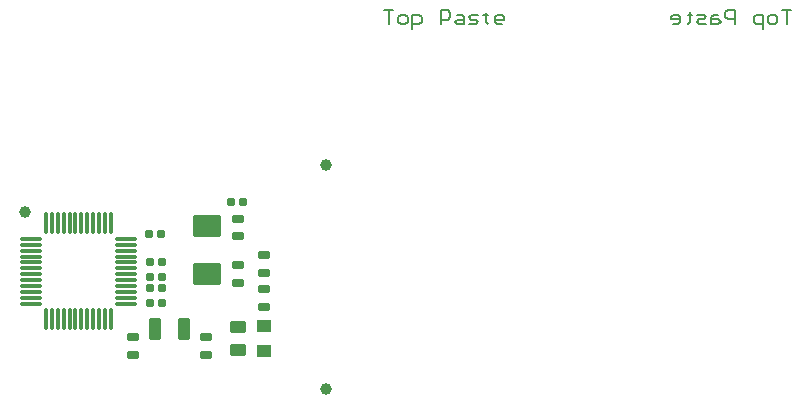
<source format=gtp>
G04*
G04 #@! TF.GenerationSoftware,Altium Limited,Altium Designer,24.3.1 (35)*
G04*
G04 Layer_Color=8421504*
%FSLAX44Y44*%
%MOMM*%
G71*
G04*
G04 #@! TF.SameCoordinates,254911FF-814D-4673-B187-D90DD251410E*
G04*
G04*
G04 #@! TF.FilePolarity,Positive*
G04*
G01*
G75*
%ADD15C,0.1500*%
G04:AMPARAMS|DCode=16|XSize=0.7mm|YSize=0.6mm|CornerRadius=0.075mm|HoleSize=0mm|Usage=FLASHONLY|Rotation=270.000|XOffset=0mm|YOffset=0mm|HoleType=Round|Shape=RoundedRectangle|*
%AMROUNDEDRECTD16*
21,1,0.7000,0.4500,0,0,270.0*
21,1,0.5500,0.6000,0,0,270.0*
1,1,0.1500,-0.2250,-0.2750*
1,1,0.1500,-0.2250,0.2750*
1,1,0.1500,0.2250,0.2750*
1,1,0.1500,0.2250,-0.2750*
%
%ADD16ROUNDEDRECTD16*%
%ADD17R,1.2000X1.1000*%
G04:AMPARAMS|DCode=18|XSize=1.4mm|YSize=0.95mm|CornerRadius=0.1188mm|HoleSize=0mm|Usage=FLASHONLY|Rotation=0.000|XOffset=0mm|YOffset=0mm|HoleType=Round|Shape=RoundedRectangle|*
%AMROUNDEDRECTD18*
21,1,1.4000,0.7125,0,0,0.0*
21,1,1.1625,0.9500,0,0,0.0*
1,1,0.2375,0.5813,-0.3563*
1,1,0.2375,-0.5813,-0.3563*
1,1,0.2375,-0.5813,0.3563*
1,1,0.2375,0.5813,0.3563*
%
%ADD18ROUNDEDRECTD18*%
G04:AMPARAMS|DCode=19|XSize=1mm|YSize=0.6mm|CornerRadius=0.075mm|HoleSize=0mm|Usage=FLASHONLY|Rotation=0.000|XOffset=0mm|YOffset=0mm|HoleType=Round|Shape=RoundedRectangle|*
%AMROUNDEDRECTD19*
21,1,1.0000,0.4500,0,0,0.0*
21,1,0.8500,0.6000,0,0,0.0*
1,1,0.1500,0.4250,-0.2250*
1,1,0.1500,-0.4250,-0.2250*
1,1,0.1500,-0.4250,0.2250*
1,1,0.1500,0.4250,0.2250*
%
%ADD19ROUNDEDRECTD19*%
G04:AMPARAMS|DCode=20|XSize=2.4mm|YSize=1.9mm|CornerRadius=0.2375mm|HoleSize=0mm|Usage=FLASHONLY|Rotation=180.000|XOffset=0mm|YOffset=0mm|HoleType=Round|Shape=RoundedRectangle|*
%AMROUNDEDRECTD20*
21,1,2.4000,1.4250,0,0,180.0*
21,1,1.9250,1.9000,0,0,180.0*
1,1,0.4750,-0.9625,0.7125*
1,1,0.4750,0.9625,0.7125*
1,1,0.4750,0.9625,-0.7125*
1,1,0.4750,-0.9625,-0.7125*
%
%ADD20ROUNDEDRECTD20*%
%ADD21C,1.0000*%
G04:AMPARAMS|DCode=22|XSize=1mm|YSize=1.8mm|CornerRadius=0.125mm|HoleSize=0mm|Usage=FLASHONLY|Rotation=180.000|XOffset=0mm|YOffset=0mm|HoleType=Round|Shape=RoundedRectangle|*
%AMROUNDEDRECTD22*
21,1,1.0000,1.5500,0,0,180.0*
21,1,0.7500,1.8000,0,0,180.0*
1,1,0.2500,-0.3750,0.7750*
1,1,0.2500,0.3750,0.7750*
1,1,0.2500,0.3750,-0.7750*
1,1,0.2500,-0.3750,-0.7750*
%
%ADD22ROUNDEDRECTD22*%
G04:AMPARAMS|DCode=23|XSize=0.28mm|YSize=1.8mm|CornerRadius=0.035mm|HoleSize=0mm|Usage=FLASHONLY|Rotation=270.000|XOffset=0mm|YOffset=0mm|HoleType=Round|Shape=RoundedRectangle|*
%AMROUNDEDRECTD23*
21,1,0.2800,1.7300,0,0,270.0*
21,1,0.2100,1.8000,0,0,270.0*
1,1,0.0700,-0.8650,-0.1050*
1,1,0.0700,-0.8650,0.1050*
1,1,0.0700,0.8650,0.1050*
1,1,0.0700,0.8650,-0.1050*
%
%ADD23ROUNDEDRECTD23*%
G04:AMPARAMS|DCode=24|XSize=0.28mm|YSize=1.8mm|CornerRadius=0.035mm|HoleSize=0mm|Usage=FLASHONLY|Rotation=180.000|XOffset=0mm|YOffset=0mm|HoleType=Round|Shape=RoundedRectangle|*
%AMROUNDEDRECTD24*
21,1,0.2800,1.7300,0,0,180.0*
21,1,0.2100,1.8000,0,0,180.0*
1,1,0.0700,-0.1050,0.8650*
1,1,0.0700,0.1050,0.8650*
1,1,0.0700,0.1050,-0.8650*
1,1,0.0700,-0.1050,-0.8650*
%
%ADD24ROUNDEDRECTD24*%
D15*
X398750Y346996D02*
X406747D01*
X402748D01*
Y335000D01*
X412745D02*
X416744D01*
X418743Y337000D01*
Y340998D01*
X416744Y342998D01*
X412745D01*
X410746Y340998D01*
Y337000D01*
X412745Y335000D01*
X422742Y331001D02*
Y342998D01*
X428740D01*
X430740Y340998D01*
Y337000D01*
X428740Y335000D01*
X422742D01*
X446734D02*
Y346996D01*
X452732D01*
X454732Y344997D01*
Y340998D01*
X452732Y338999D01*
X446734D01*
X460730Y342998D02*
X464729D01*
X466728Y340998D01*
Y335000D01*
X460730D01*
X458730Y337000D01*
X460730Y338999D01*
X466728D01*
X470727Y335000D02*
X476725D01*
X478724Y337000D01*
X476725Y338999D01*
X472726D01*
X470727Y340998D01*
X472726Y342998D01*
X478724D01*
X484722Y344997D02*
Y342998D01*
X482723D01*
X486721D01*
X484722D01*
Y337000D01*
X486721Y335000D01*
X498717D02*
X494719D01*
X492719Y337000D01*
Y340998D01*
X494719Y342998D01*
X498717D01*
X500717Y340998D01*
Y338999D01*
X492719D01*
X743750Y347246D02*
X735752D01*
X739751D01*
Y335250D01*
X729754D02*
X725756D01*
X723756Y337249D01*
Y341248D01*
X725756Y343247D01*
X729754D01*
X731754Y341248D01*
Y337249D01*
X729754Y335250D01*
X719758Y331251D02*
Y343247D01*
X713760D01*
X711760Y341248D01*
Y337249D01*
X713760Y335250D01*
X719758D01*
X695765D02*
Y347246D01*
X689767D01*
X687768Y345247D01*
Y341248D01*
X689767Y339249D01*
X695765D01*
X681770Y343247D02*
X677771D01*
X675772Y341248D01*
Y335250D01*
X681770D01*
X683769Y337249D01*
X681770Y339249D01*
X675772D01*
X671773Y335250D02*
X665775D01*
X663776Y337249D01*
X665775Y339249D01*
X669774D01*
X671773Y341248D01*
X669774Y343247D01*
X663776D01*
X657778Y345247D02*
Y343247D01*
X659777D01*
X655778D01*
X657778D01*
Y337249D01*
X655778Y335250D01*
X643782D02*
X647781D01*
X649780Y337249D01*
Y341248D01*
X647781Y343247D01*
X643782D01*
X641783Y341248D01*
Y339249D01*
X649780D01*
D16*
X269000Y185000D02*
D03*
X279000D02*
D03*
X211000Y99000D02*
D03*
X201000D02*
D03*
X211000Y134000D02*
D03*
X201000D02*
D03*
X211000Y112000D02*
D03*
X201000D02*
D03*
X211000Y121000D02*
D03*
X201000D02*
D03*
X200000Y158000D02*
D03*
X210000D02*
D03*
D17*
X297000Y58500D02*
D03*
Y79500D02*
D03*
D18*
X275000Y78500D02*
D03*
Y59500D02*
D03*
D19*
Y170500D02*
D03*
Y155500D02*
D03*
Y131500D02*
D03*
Y116500D02*
D03*
X248000Y55500D02*
D03*
Y70500D02*
D03*
X186000D02*
D03*
Y55500D02*
D03*
X297000Y124800D02*
D03*
Y139800D02*
D03*
Y110800D02*
D03*
Y95800D02*
D03*
D20*
X249000Y164500D02*
D03*
Y123500D02*
D03*
D21*
X95000Y176000D02*
D03*
X350000Y216000D02*
D03*
Y26000D02*
D03*
D22*
X229500Y77000D02*
D03*
X204500D02*
D03*
D23*
X180500Y98500D02*
D03*
Y103500D02*
D03*
Y108500D02*
D03*
Y113500D02*
D03*
Y118500D02*
D03*
Y123500D02*
D03*
Y128500D02*
D03*
Y133500D02*
D03*
Y138500D02*
D03*
Y143500D02*
D03*
Y148500D02*
D03*
Y153500D02*
D03*
X99500D02*
D03*
Y148500D02*
D03*
Y143500D02*
D03*
Y138500D02*
D03*
Y133500D02*
D03*
Y128500D02*
D03*
Y123500D02*
D03*
Y118500D02*
D03*
Y113500D02*
D03*
Y108500D02*
D03*
Y103500D02*
D03*
Y98500D02*
D03*
D24*
X167500Y166500D02*
D03*
X162500D02*
D03*
X157500D02*
D03*
X152500D02*
D03*
X147500D02*
D03*
X142500D02*
D03*
X137500D02*
D03*
X132500D02*
D03*
X127500D02*
D03*
X122500D02*
D03*
X117500D02*
D03*
X112500D02*
D03*
Y85500D02*
D03*
X117500D02*
D03*
X122500D02*
D03*
X127500D02*
D03*
X132500D02*
D03*
X137500Y85500D02*
D03*
X142500D02*
D03*
X147500D02*
D03*
X152500Y85500D02*
D03*
X157500D02*
D03*
X162500D02*
D03*
X167500D02*
D03*
M02*

</source>
